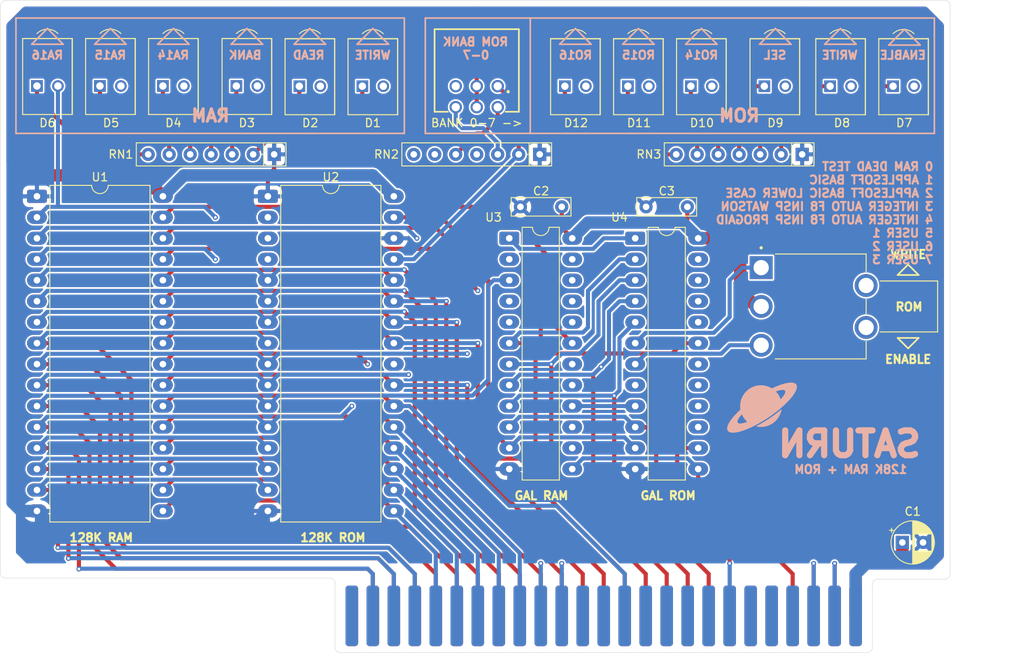
<source format=kicad_pcb>
(kicad_pcb (version 20241229) (generator "pcbnew") (generator_version "9.0")
  (title_block (comment 4 "AISLER Project ID: ISTZOEFZ"))
  (layers (0 "F.Cu" signal) (4 "In1.Cu" signal) (6 "In2.Cu" signal) (2 "B.Cu" signal) (13 "F.Paste" user) (15 "B.Paste" user) (5 "F.SilkS" user "F.Silkscreen") (7 "B.SilkS" user "B.Silkscreen") (1 "F.Mask" user) (3 "B.Mask" user) (25 "Edge.Cuts" user))
  (net 0 "")
  (net 1 "GND")
  (net 2 "VCC")
  (net 3 "Net-(D1-A)")
  (net 4 "Net-(D1-K)")
  (net 5 "Net-(D2-K)")
  (net 6 "Net-(D2-A)")
  (net 7 "AB-BANK FLAG")
  (net 8 "Net-(D3-K)")
  (net 9 "RA14")
  (net 10 "Net-(D4-K)")
  (net 11 "RA15")
  (net 12 "Net-(D5-K)")
  (net 13 "RA16")
  (net 14 "Net-(D6-K)")
  (net 15 "Net-(D7-K)")
  (net 16 "Net-(D7-A)")
  (net 17 "Net-(D8-K)")
  (net 18 "Net-(D8-A)")
  (net 19 "Net-(D9-A)")
  (net 20 "Net-(D9-K)")
  (net 21 "RB14")
  (net 22 "Net-(D10-K)")
  (net 23 "RB15")
  (net 24 "Net-(D11-K)")
  (net 25 "Net-(D12-K)")
  (net 26 "RB16")
  (net 27 "Net-(J1-INTin)")
  (net 28 "/A12")
  (net 29 "/A9")
  (net 30 "/D3")
  (net 32 "/A15")
  (net 34 "{slash}DMA")
  (net 35 "/D1")
  (net 37 "/D0")
  (net 38 "Net-(J1-DMAin)")
  (net 39 "/A3")
  (net 40 "/D4")
  (net 43 "/A5")
  (net 44 "/D6")
  (net 45 "/A7")
  (net 48 "/D5")
  (net 49 "/A14")
  (net 50 "/A8")
  (net 51 "/A0")
  (net 55 "{slash}INH")
  (net 57 "/D7")
  (net 58 "/A4")
  (net 59 "/D2")
  (net 60 "/A10")
  (net 62 "/A11")
  (net 63 "/A1")
  (net 65 "/A6")
  (net 67 "R{slash}W")
  (net 68 "PHIO")
  (net 69 "Q3-2MHZ")
  (net 70 "{slash}DEVSEL")
  (net 71 "/A2")
  (net 72 "/A13")
  (net 73 "Net-(RN2-R4)")
  (net 74 "Net-(RN2-R6)")
  (net 75 "Net-(RN2-R5)")
  (net 76 "RA12")
  (net 77 "RAM {slash}WE")
  (net 78 "PRE WRITE FLAG")
  (net 79 "RAM {slash}OE")
  (net 80 "ROM {slash}OE")
  (net 81 "FLAG")
  (net 82 "ROM {slash}WE")
  (footprint "Apple:LED_WP1503CB_GD" (layer "F.Cu") (at 169.291 60.325 180)
    (property "Reference" "D12")
    (property "Value" "RA16")
  )
  (footprint "Resistor_THT:R_Array_SIP7" (layer "F.Cu") (at 164.973 68.58 180)
    (property "Reference" "RN2")
    (property "Value" "6x1k" (hide yes))
  )
  (footprint "LOGO" (layer "F.Cu") (at 205.463436 105.504836)
    (property "Reference" "APPLE1" (hide yes))
    (property "Value" "LOGO" (hide yes))
  )
  (footprint "Apple:SW_100SP1T2B4M6QE" (layer "F.Cu") (at 191.77 86.995 -90)
    (property "Reference" "S2" (hide yes))
    (property "Value" "100SPx" (hide yes))
  )
  (footprint "Package_DIP:DIP-24_W7.62mm_LongPads" (layer "F.Cu") (at 176.53 78.74)
    (property "Reference" "U4")
    (property "Value" "GAL22V10")
  )
  (footprint "Resistor_THT:R_Array_SIP7" (layer "F.Cu") (at 196.728 68.58 180)
    (property "Reference" "RN3")
    (property "Value" "6x220" (hide yes))
  )
  (footprint "Capacitor_THT:C_Rect_L7.0mm_W2.0mm_P5.00mm" (layer "F.Cu") (at 167.64 74.93 180)
    (property "Reference" "C2")
    (property "Value" "100n" (hide yes))
  )
  (footprint "Resistor_THT:R_Array_SIP7" (layer "F.Cu") (at 132.842 68.58 180)
    (property "Reference" "RN1")
    (property "Value" "6x220" (hide yes))
  )
  (footprint "Capacitor_THT:CP_Radial_D5.0mm_P2.50mm" (layer "F.Cu") (at 208.852888 115.57)
    (property "Reference" "C1")
    (property "Value" "470")
  )
  (footprint "Apple:LED_WP1503CB_GD" (layer "F.Cu") (at 105.41 60.3 180)
    (property "Reference" "D6")
    (property "Value" "RA16")
  )
  (footprint "Package_DIP:DIP-24_W7.62mm_LongPads" (layer "F.Cu") (at 161.29 78.74)
    (property "Reference" "U3")
    (property "Value" "GAL22V10")
  )
  (footprint "Apple:LED_WP1503CB_GD" (layer "F.Cu") (at 208.9985 60.325 180)
    (property "Reference" "D7")
    (property "Value" "ENABLE")
  )
  (footprint "Apple:Apple ][ Bus" (layer "F.Cu") (at 172.72 124.56)
    (property "Reference" "J1" (hide yes))
    (property "Value" "Apple ][ Bus")
  )
  (footprint "Symbol:OSHW-Logo2_7.3x6mm_Copper" (layer "F.Cu") (at 205.105 71.755)
    (property "Reference" "OSHW1" (hide yes))
    (property "Value" "OSHW-Logo2_7.3x6mm_Copper" (hide yes))
  )
  (footprint "Capacitor_THT:C_Rect_L7.0mm_W2.0mm_P5.00mm" (layer "F.Cu") (at 182.84 74.93 180)
    (property "Reference" "C3")
    (property "Value" "100n" (hide yes))
  )
  (footprint "Apple:LED_WP1503CB_GD" (layer "F.Cu") (at 144.78 60.325 180)
    (property "Reference" "D1")
    (property "Value" "WRITE")
  )
  (footprint "Apple:LED_WP1503CB_GD" (layer "F.Cu") (at 201.3785 60.325 180)
    (property "Reference" "D8")
    (property "Value" "WRITE")
  )
  (footprint "LOGO" (layer "F.Cu") (at 205.463436 105.504836)
    (property "Reference" "APPLE" (hide yes))
    (property "Value" "LOGO" (hide yes))
  )
  (footprint "Apple:LED_WP1503CB_GD" (layer "F.Cu") (at 193.421 60.325 180)
    (property "Reference" "D9")
    (property "Value" "SEL")
  )
  (footprint "Apple:LED_WP1503CB_GD" (layer "F.Cu") (at 176.911 60.325 180)
    (property "Reference" "D11")
    (property "Value" "RA15")
  )
  (footprint "Apple:LED_WP1503CB_GD" (layer "F.Cu") (at 113.03 60.3 180)
    (property "Reference" "D5")
    (property "Value" "RA15")
  )
  (footprint "Apple:LED_WP1503CB_GD" (layer "F.Cu") (at 129.54 60.3 180)
    (property "Reference" "D3")
    (property "Value" "BANK")
  )
  (footprint "Apple:LED_WP1503CB_GD" (layer "F.Cu") (at 120.65 60.3 180)
    (property "Reference" "D4")
    (property "Value" "RA14")
  )
  (footprint "Apple:LED_WP1503CB_GD" (layer "F.Cu") (at 184.531 60.325 180)
    (property "Reference" "D10")
    (property "Value" "RA14")
  )
  (footprint "Package_DIP:DIP-32_W15.24mm_LongPads" (layer "F.Cu") (at 132.08 73.66)
    (property "Reference" "U2")
    (property "Value" "29F010")
  )
  (footprint "Apple:R-ENC-42842752091X_10POS" (layer "F.Cu") (at 157.353 58.42 180)
    (property "Reference" "BANK 0-7 ->")
    (property "Value" "ROM BANK SEL")
  )
  (footprint "Apple:LED_WP1503CB_GD" (layer "F.Cu") (at 137.16 60.325 180)
    (property "Reference" "D2")
    (property "Value" "READ")
  )
  (footprint "Package_DIP:DIP-32_W15.24mm_LongPads" (layer "F.Cu") (at 104.14 73.66)
    (property "Reference" "U1")
    (property "Value" "HM628128")
  )
  (footprint "Symbol:OSHW-Logo2_7.3x6mm_SilkScreen" (layer "F.Cu") (at 205.105 71.755)
    (property "Reference" "REF**" (hide yes))
    (property "Value" "OSHW-Logo2_7.3x6mm_SilkScreen" (hide yes))
  )
  (footprint "LOGO" (layer "B.Cu") (at 191.77 99.06 180)
    (property "Reference" "SATURN" (hide yes))
    (property "Value" "LOGO" (hide yes))
  )
  (gr_line (start 208.28 90.805) (end 210.82 90.805) (stroke (width 0.2)) (layer "F.SilkS"))
  (gr_line (start 208.28 83.185) (end 210.82 83.185) (stroke (width 0.2)) (layer "F.SilkS"))
  (gr_line (start 209.55 81.915) (end 208.28 83.185) (stroke (width 0.2)) (layer "F.SilkS"))
  (gr_line (start 210.82 90.805) (end 209.55 92.075) (stroke (width 0.2)) (layer "F.SilkS"))
  (gr_line (start 209.55 92.075) (end 208.28 90.805) (stroke (width 0.2)) (layer "F.SilkS"))
  (gr_line (start 210.82 83.185) (end 209.55 81.915) (stroke (width 0.2)) (layer "F.SilkS"))
  (gr_line (start 178.816 55.245) (end 176.911 53.34) (stroke (width 0.2)) (layer "B.SilkS"))
  (gr_line (start 182.626 55.245) (end 186.436 55.245) (stroke (width 0.2)) (layer "B.SilkS"))
  (gr_line (start 105.41 53.34) (end 103.505 55.245) (stroke (width 0.2)) (layer "B.SilkS"))
  (gr_line (start 135.255 55.245) (end 139.065 55.245) (stroke (width 0.2)) (layer "B.SilkS"))
  (gr_line (start 129.54 53.34) (end 127.635 55.245) (stroke (width 0.2)) (layer "B.SilkS"))
  (gr_line (start 212.725 52.07) (end 212.725 66.04) (stroke (width 0.2)) (layer "B.SilkS"))
  (gr_line (start 167.386 55.245) (end 171.196 55.245) (stroke (width 0.2)) (layer "B.SilkS"))
  (gr_line (start 176.911 53.34) (end 175.006 55.245) (stroke (width 0.2)) (layer "B.SilkS"))
  (gr_line (start 144.78 53.34) (end 142.875 55.245) (stroke (width 0.2)) (layer "B.SilkS"))
  (gr_line (start 131.445 55.245) (end 129.54 53.34) (stroke (width 0.2)) (layer "B.SilkS"))
  (gr_line (start 151.13 66.04) (end 151.13 52.07) (stroke (width 0.2)) (layer "B.SilkS"))
  (gr_line (start 122.555 55.245) (end 120.65 53.34) (stroke (width 0.2)) (layer "B.SilkS"))
  (gr_line (start 101.6 66.04) (end 101.6 52.07) (stroke (width 0.2)) (layer "B.SilkS"))
  (gr_line (start 137.16 53.34) (end 135.255 55.245) (stroke (width 0.2)) (layer "B.SilkS"))
  (gr_line (start 169.291 53.34) (end 167.386 55.245) (stroke (width 0.2)) (layer "B.SilkS"))
  (gr_line (start 163.83 52.07) (end 163.83 66.04) (stroke (width 0.2)) (layer "B.SilkS"))
  (gr_line (start 107.315 55.245) (end 105.41 53.34) (stroke (width 0.2)) (layer "B.SilkS"))
  (gr_line (start 151.13 52.07) (end 212.725 52.07) (stroke (width 0.2)) (layer "B.SilkS"))
  (gr_line (start 203.2635 55.245) (end 201.3585 53.34) (stroke (width 0.2)) (layer "B.SilkS"))
  (gr_line (start 120.65 53.34) (end 118.745 55.245) (stroke (width 0.2)) (layer "B.SilkS"))
  (gr_line (start 103.505 55.245) (end 107.315 55.245) (stroke (width 0.2)) (layer "B.SilkS"))
  (gr_line (start 209.1055 53.441) (end 207.2005 55.346) (stroke (width 0.2)) (layer "B.SilkS"))
  (gr_line (start 193.4845 53.34) (end 191.5795 55.245) (stroke (width 0.2)) (layer "B.SilkS"))
  (gr_line (start 186.436 55.245) (end 184.531 53.34) (stroke (width 0.2)) (layer "B.SilkS"))
  (gr_line (start 184.531 53.34) (end 182.626 55.245) (stroke (width 0.2)) (layer "B.SilkS"))
  (gr_line (start 142.875 55.245) (end 146.685 55.245) (stroke (width 0.2)) (layer "B.SilkS"))
  (gr_line (start 171.196 55.245) (end 169.291 53.34) (stroke (width 0.2)) (layer "B.SilkS"))
  (gr_line (start 195.3895 55.245) (end 193.4845 53.34) (stroke (width 0.2)) (layer "B.SilkS"))
  (gr_line (start 146.685 55.245) (end 144.78 53.34) (stroke (width 0.2)) (layer "B.SilkS"))
  (gr_line (start 191.5795 55.245) (end 195.3895 55.245) (stroke (width 0.2)) (layer "B.SilkS"))
  (gr_line (start 148.59 66.04) (end 148.59 52.07) (stroke (width 0.2)) (layer "B.SilkS"))
  (gr_line (start 212.725 66.04) (end 151.13 66.04) (stroke (width 0.2)) (layer "B.SilkS"))
  (gr_line (start 201.3585 53.34) (end 199.4535 55.245) (stroke (width 0.2)) (layer "B.SilkS"))
  (gr_line (start 118.745 55.245) (end 122.555 55.245) (stroke (width 0.2)) (layer "B.SilkS"))
  (gr_line (start 127.635 55.245) (end 131.445 55.245) (stroke (width 0.2)) (layer "B.SilkS"))
  (gr_line (start 113.03 53.34) (end 111.125 55.245) (stroke (width 0.2)) (layer "B.SilkS"))
  (gr_line (start 175.006 55.245) (end 178.816 55.245) (stroke (width 0.2)) (layer "B.SilkS"))
  (gr_line (start 148.59 66.04) (end 101.6 66.04) (stroke (width 0.2)) (layer "B.SilkS"))
  (gr_line (start 114.935 55.245) (end 113.03 53.34) (stroke (width 0.2)) (layer "B.SilkS"))
  (gr_line (start 111.125 55.245) (end 114.935 55.245) (stroke (width 0.2)) (layer "B.SilkS"))
  (gr_line (start 101.6 52.07) (end 148.59 52.07) (stroke (width 0.2)) (layer "B.SilkS"))
  (gr_line (start 211.0105 55.346) (end 209.1055 53.441) (stroke (width 0.2)) (layer "B.SilkS"))
  (gr_line (start 207.2005 55.346) (end 211.0105 55.346) (stroke (width 0.2)) (layer "B.SilkS"))
  (gr_line (start 199.4535 55.245) (end 203.2635 55.245) (stroke (width 0.2)) (layer "B.SilkS"))
  (gr_line (start 139.065 55.245) (end 137.16 53.34) (stroke (width 0.2)) (layer "B.SilkS"))
  (gr_arc (start 214.63 119.38) (mid 214.444013 119.829013) (end 213.995 120.015) (stroke (width 0.05)) (layer "Edge.Cuts"))
  (gr_line (start 140.208 128.27) (end 140.208 120.523) (stroke (width 0.05)) (layer "Edge.Cuts"))
  (gr_line (start 213.995 120.015) (end 205.867 120.015) (stroke (width 0.05)) (layer "Edge.Cuts"))
  (gr_arc (start 139.573 119.888) (mid 140.022013 120.073987) (end 140.208 120.523) (stroke (width 0.05)) (layer "Edge.Cuts"))
  (gr_arc (start 213.995 49.911) (mid 214.444013 50.096987) (end 214.63 50.546) (stroke (width 0.05)) (layer "Edge.Cuts"))
  (gr_arc (start 99.695 50.673) (mid 99.918185 50.134185) (end 100.457 49.911) (stroke (width 0.05)) (layer "Edge.Cuts"))
  (gr_line (start 204.597 128.905) (end 140.843 128.905) (stroke (width 0.05)) (layer "Edge.Cuts"))
  (gr_arc (start 205.232 120.65) (mid 205.417987 120.200987) (end 205.867 120.015) (stroke (width 0.05)) (layer "Edge.Cuts"))
  (gr_line (start 214.63 50.546) (end 214.63 119.38) (stroke (width 0.05)) (layer "Edge.Cuts"))
  (gr_line (start 139.573 119.888) (end 100.33 119.888) (stroke (width 0.05)) (layer "Edge.Cuts"))
  (gr_line (start 205.232 120.65) (end 205.232 128.27) (stroke (width 0.05)) (layer "Edge.Cuts"))
  (gr_line (start 100.457 49.911) (end 213.995 49.911) (stroke (width 0.05)) (layer "Edge.Cuts"))
  (gr_line (start 99.695 119.253) (end 99.695 50.673) (stroke (width 0.05)) (layer "Edge.Cuts"))
  (gr_arc (start 205.232 128.27) (mid 205.046013 128.719013) (end 204.597 128.905) (stroke (width 0.05)) (layer "Edge.Cuts"))
  (gr_arc (start 140.843 128.905) (mid 140.393987 128.719013) (end 140.208 128.27) (stroke (width 0.05)) (layer "Edge.Cuts"))
  (gr_arc (start 100.33 119.888) (mid 99.880987 119.702013) (end 99.695 119.253) (stroke (width 0.05)) (layer "Edge.Cuts"))
  (gr_text "Apple ][" (at 187.96 106.68 0) (layer "F.Cu") (effects (font (size 1.5 1.5) (thickness 0.3) (bold yes)) (justify left bottom)))
  (gr_text "forever" (at 188.595 110.49 0) (layer "F.Cu") (effects (font (size 1.5 1.5) (thickness 0.3) (bold yes)) (justify left bottom)))
  (gr_text "GAL RAM" (at 161.798 110.49 0) (layer "F.SilkS") (effects (font (size 1 1) (thickness 0.25) (bold yes)) (justify left bottom)))
  (gr_text "WRITE" (at 207.264 81.28 0) (layer "F.SilkS") (effects (font (size 1 1) (thickness 0.25) (bold yes)) (justify left bottom)))
  (gr_text "ROM" (at 207.899 87.63 0) (layer "F.SilkS") (effects (font (size 1 1) (thickness 0.25) (bold yes)) (justify left bottom)))
  (gr_text "128K RAM" (at 107.95 115.57 0) (layer "F.SilkS") (effects (font (size 1 1) (thickness 0.25) (bold yes)) (justify left bottom)))
  (gr_text "128K ROM" (at 135.89 115.57 0) (layer "F.SilkS") (effects (font (size 1 1) (thickness 0.25) (bold yes)) (justify left bottom)))
  (gr_text "ENABLE" (at 206.629 93.98 0) (layer "F.SilkS") (effects (font (size 1 1) (thickness 0.25) (bold yes)) (justify left bottom)))
  (gr_text "GAL ROM" (at 177.038 110.49 0) (layer "F.SilkS") (effects (font (size 1 1) (thickness 0.25) (bold yes)) (justify left bottom)))
  (gr_text "SEL" (at 194.945 57.15 0) (layer "B.SilkS") (effects (font (size 1 1) (thickness 0.25) (bold yes)) (justify left bottom mirror)))
  (gr_text "RO14" (at 186.69 57.15 0) (layer "B.SilkS") (effects (font (size 1 1) (thickness 0.25) (bold yes)) (justify left bottom mirror)))
  (gr_text "BANK" (at 131.445 57.15 0) (layer "B.SilkS") (effects (font (size 1 1) (thickness 0.25) (bold yes)) (justify left bottom mirror)))
  (gr_text "ROM BANK\n   0-7" (at 161.29 57.15 0) (layer "B.SilkS") (effects (font (size 1 1) (thickness 0.25) (bold yes)) (justify left bottom mirror)))
  (gr_text "READ" (at 139.065 57.15 0) (layer "B.SilkS") (effects (font (size 1 1) (thickness 0.25) (bold yes)) (justify left bottom mirror)))
  (gr_text "ROM" (at 191.77 64.77 0) (layer "B.SilkS") (effects (font (size 1.5 1.5) (thickness 0.375) (bold yes)) (justify left bottom mirror)))
  (gr_text "0 RAM DEAD TEST\n1 APPLESOFT BASIC\n2 APPLESOFT BASIC LOWER CASE\n3 INTEGER AUTO F8 INSP WATSON\n4 INTEGER AUTO F8 INSP PROGAID\n5 USER 1\n6 USER 2\n7 USER 3" (at 212.725 81.915 0) (layer "B.SilkS") (effects (font (size 1 1) (thickness 0.25) (bold yes)) (justify left bottom mirror)))
  (gr_text "RO16" (at 171.45 57.15 0) (layer "B.SilkS") (effects (font (size 1 1) (thickness 0.25) (bold yes)) (justify left bottom mirror)))
  (gr_text "WRITE" (at 147.066 57.15 0) (layer "B.SilkS") (effects (font (size 1 1) (thickness 0.25) (bold yes)) (justify left bottom mirror)))
  (gr_text "RA14" (at 122.682 57.15 0) (layer "B.SilkS") (effects (font (size 1 1) (thickness 0.25) (bold yes)) (justify left bottom mirror)))
  (gr_text "RA16" (at 107.442 57.15 0) (layer "B.SilkS") (effects (font (size 1 1) (thickness 0.25) (bold yes)) (justify left bottom mirror)))
  (gr_text "ENABLE" (at 211.836 57.15 0) (layer "B.SilkS") (effects (font (size 1 1) (thickness 0.25) (bold yes)) (justify left bottom mirror)))
  (gr_text "WRITE" (at 203.581 57.15 0) (layer "B.SilkS") (effects (font (size 1 1) (thickness 0.25) (bold yes)) (justify left bottom mirror)))
  (gr_text "RAM" (at 127.635 64.77 0) (layer "B.SilkS") (effects (font (size 1.5 1.5) (thickness 0.375) (bold yes)) (justify left bottom mirror)))
  (gr_text "RA15" (at 115.062 57.15 0) (layer "B.SilkS") (effects (font (size 1 1) (thickness 0.25) (bold yes)) (justify left bottom mirror)))
  (gr_text "128K RAM + ROM" (at 209.55 107.315 0) (layer "B.SilkS") (effects (font (size 1 1) (thickness 0.25) (bold yes)) (justify left bottom mirror)))
  (gr_text "SATURN" (at 211.455 105.41 0) (layer "B.SilkS") (effects (font (size 3 3) (thickness 0.75) (bold yes)) (justify left bottom mirror)))
  (gr_text "RO15" (at 179.07 57.15 0) (layer "B.SilkS") (effects (font (size 1 1) (thickness 0.25) (bold yes)) (justify left bottom mirror)))
  (segment (start 132.842 70.358) (end 132.842 68.58) (width 0.5) (layer "F.Cu") (net 1))
  (segment (start 175.3 72.39) (end 165.18 72.39) (width 0.5) (layer "F.Cu") (net 1))
  (segment (start 132.08 73.66) (end 132.08 71.12) (width 0.5) (layer "F.Cu") (net 1))
  (segment (start 132.08 71.12) (end 132.842 70.358) (width 0.5) (layer "F.Cu") (net 1))
  (segment (start 165.18 72.39) (end 162.64 74.93) (width 0.5) (layer "F.Cu") (net 1))
  (segment (start 177.84 74.93) (end 175.3 72.39) (width 0.5) (layer "F.Cu") (net 1))
  (segment (start 101.196 73.66) (end 101.196 110.721) (width 1.5) (layer "B.Cu") (net 1))
  (segment (start 161.29 106.68) (end 163.83 109.22) (width 1.5) (layer "B.Cu") (net 1))
  (segment (start 187.325 107.95) (end 187.325 98.425) (width 1.5) (layer "B.Cu") (net 1))
  (segment (start 102.87 51.435) (end 101.196 53.109) (width 1.5) (layer "B.Cu") (net 1))
  (segment (start 189.23 95.25) (end 213.129 95.25) (width 1.5) (layer "B.Cu") (net 1))
  (segment (start 164.973 68.58) (end 164.973 51.562) (width 0.5) (layer "B.Cu") (net 1))
  (segment (start 213.129 115.57) (end 213.129 95.25) (width 1.5) (layer "B.Cu") (net 1))
  (segment (start 132.842 68.58) (end 132.842 51.943) (width 0.5) (layer "B.Cu") (net 1))
  (segment (start 213.129 117.071) (end 213.129 115.57) (width 1.5) (layer "B.Cu") (net 1))
  (segment (start 104.14 111.76) (end 106.68 114.3) (width 1.5) (layer "B.Cu") (net 1))
  (segment (start 104.14 73.66) (end 101.196 73.66) (width 0.5) (layer "B.Cu") (net 1))
  (segment (start 187.325 97.155) (end 189.23 95.25) (width 1.5) (layer "B.Cu") (net 1))
  (segment (start 133.35 51.435) (end 102.87 51.435) (width 1.5) (layer "B.Cu") (net 1))
  (segment (start 101.196 110.721) (end 102.235 111.76) (width 1.5) (layer "B.Cu") (net 1))
  (segment (start 102.235 111.76) (end 104.14 111.76) (width 1.5) (layer "B.Cu") (net 1))
  (segment (start 213.129 53.109) (end 211.455 51.435) (width 1.5) (layer "B.Cu") (net 1))
  (segment (start 196.85 51.435) (end 165.1 51.435) (width 1.5) (layer "B.Cu") (net 1))
  (segment (start 196.728 51.557) (end 196.85 51.435) (width 0.5) (layer "B.Cu") (net 1))
  (segment (start 213.129 68.58) (end 213.129 53.109) (width 1.5) (layer "B.Cu") (net 1))
  (segment (start 132.842 51.943) (end 133.35 51.435) (width 0.5) (layer "B.Cu") (net 1))
  (segment (start 176.53 106.68) (end 176.53 109.22) (width 1.5) (layer "B.Cu") (net 1))
  (segment (start 165.1 51.435) (end 133.35 51.435) (width 1.5) (layer "B.Cu") (net 1))
  (segment (start 211.352888 115.57) (end 213.129 115.57) (width 1.5) (layer "B.Cu") (net 1))
  (segment (start 203.2 119.38) (end 204.47 118.11) (width 1.5) (layer "B.Cu") (net 1))
  (segment (start 211.455 51.435) (end 196.85 51.435) (width 1.5) (layer "B.Cu") (net 1))
  (segment (start 164.973 51.562) (end 165.1 51.435) (width 0.5) (layer "B.Cu") (net 1))
  (segment (start 203.2 124.46) (end 203.2 119.38) (width 1.5) (layer "B.Cu") (net 1))
  (segment (start 186.055 109.22) (end 187.325 107.95) (width 1.5) (layer "B.Cu") (net 1))
  (segment (start 101.196 53.109) (end 101.196 73.66) (width 1.5) (layer "B.Cu") (net 1))
  (segment (start 176.53 109.22) (end 186.055 109.22) (width 1.5) (layer "B.Cu") (net 1))
  (segment (start 213.129 95.25) (end 213.129 68.58) (width 1.5) (layer "B.Cu") (net 1))
  (segment (start 106.68 114.3) (end 129.54 114.3) (width 1.5) (layer "B.Cu") (net 1))
  (segment (start 212.09 118.11) (end 213.129 117.071) (width 1.5) (layer "B.Cu") (net 1))
  (segment (start 129.54 114.3) (end 132.08 111.76) (width 1.5) (layer "B.Cu") (net 1))
  (segment (start 163.83 109.22) (end 176.53 109.22) (width 1.5) (layer "B.Cu") (net 1))
  (segment (start 187.325 98.425) (end 187.325 97.155) (width 1.5) (layer "B.Cu") (net 1))
  (segment (start 196.728 68.58) (end 196.728 51.557) (width 0.5) (layer "B.Cu") (net 1))
  (segment (start 204.47 118.11) (end 212.09 118.11) (width 1.5) (layer "B.Cu") (net 1))
  (segment (start 213.129 117.071) (end 213.129 78.74) (width 1.5) (layer "F.Cu") (net 2))
  (segment (start 157.48 51.435) (end 102.87 51.435) (width 1.5) (layer "F.Cu") (net 2))
  (segment (start 208.852888 115.57) (end 208.852888 118.045112) (width 1.5) (layer "F.Cu") (net 2))
  (segment (start 213.129 78.74) (end 213.129 53.109) (width 1.5) (layer "F.Cu") (net 2))
  (segment (start 167.64 74.93) (end 167.64 77.47) (width 0.5) (layer "F.Cu") (net 2))
  (segment (start 101.196 53.109) (end 101.196 69.446) (width 1.5) (layer "F.Cu") (net 2))
  (segment (start 102.87 71.12) (end 116.84 71.12) (width 1.5) (layer "F.Cu") (net 2))
  (segment (start 208.852888 118.045112) (end 208.788 118.11) (width 1.5) (layer "F.Cu") (net 2))
  (segment (start 157.353 62.86) (end 157.353 51.562) (width 0.5) (layer "F.Cu") (net 2))
  (segment (start 212.09 118.11) (end 213.129 117.071) (width 1.5) (layer "F.Cu") (net 2))
  (segment (start 211.455 51.435) (end 157.48 51.435) (width 1.5) (layer "F.Cu") (net 2))
  (segment (start 189.23 85.09) (end 191.135 86.995) (width 1.5) (layer "F.Cu") (net 2))
  (segment (start 184.15 78.74) (end 188.595 78.74) (width 1.5) (layer "F.Cu") (net 2))
  (segment (start 187.325 78.74) (end 213.129 78.74) (width 1.5) (layer "F.Cu") (net 2))
  (segment (start 204.47 118.11) (end 208.788 118.11) (width 1.5) (layer "F.Cu") (net 2))
  (segment (start 182.84 74.93) (end 182.84 77.43) (width 0.5) (layer "F.Cu") (net 2))
  (segment (start 167.64 77.47) (end 168.91 78.74) (width 0.5) (layer "F.Cu") (net 2))
  (segment (start 203.2 124.46) (end 203.2 119.38) (width 1.5) (layer "F.Cu") (net 2))
  (segment (start 182.84 77.43) (end 184.15 78.74) (width 0.5) (layer "F.Cu") (net 2))
  (segment (start 208.788 118.11) (end 212.09 118.11) (width 1.5) (layer "F.Cu") (net 2))
  (segment (start 191.135 86.995) (end 191.77 86.995) (width 1.5) (layer "F.Cu") (net 2))
  (segment (start 213.129 53.109) (end 211.455 51.435) (width 1.5) (layer "F.Cu") (net 2))
  (segment (start 116.84 71.12) (end 119.38 73.66) (width 1.5) (layer "F.Cu") (net 2))
  (segment (start 157.353 51.562) (end 157.48 51.435) (width 0.5) (layer "F.Cu") (net 2))
  (segment (start 189.23 78.74) (end 189.23 85.09) (width 1.5) (layer "F.Cu") (net 2))
  (segment (start 101.196 69.446) (end 102.87 71.12) (width 1.5) (layer "F.Cu") (net 2))
  (segment (start 102.87 51.435) (end 101.196 53.109) (width 1.5) (layer "F.Cu") (net 2))
  (segment (start 203.2 119.38) (end 204.47 118.11) (width 1.5) (layer "F.Cu") (net 2))
  (segment (start 144.78 71.12) (end 147.32 73.66) (width 1.5) (layer "B.Cu") (net 2))
  (segment (start 170.815 76.835) (end 182.245 76.835) (width 1.5) (layer "B.Cu") (net 2))
  (segment (start 121.92 71.12) (end 144.78 71.12) (width 1.5) (layer "B.Cu") (net 2))
  (segment (start 168.91 78.74) (end 170.815 76.835) (width 1.5) (layer "B.Cu") (net 2))
  (segment (start 182.245 76.835) (end 184.15 78.74) (width 1.5) (layer "B.Cu") (net 2))
  (segment (start 119.38 73.66) (end 121.92 71.12) (width 1.5) (layer "B.Cu") (net 2))
  (segment (start 139.7 65.405) (end 143.51 61.595) (width 0.5) (layer "F.Cu") (net 4))
  (segment (start 143.51 61.595) (end 143.51 60.325) (width 0.5) (layer "F.Cu") (net 4))
  (segment (start 130.302 68.58) (end 133.477 65.405) (width 0.5) (layer "F.Cu") (net 4))
  (segment (start 133.477 65.405) (end 139.7 65.405) (width 0.5) (layer "F.Cu") (net 4))
  (segment (start 133.35 64.135) (end 135.89 61.595) (width 0.5) (layer "F.Cu") (net 5))
  (segment (start 127.762 68.58) (end 127.762 66.548) (width 0.5) (layer "F.Cu") (net 5))
  (segment (start 130.175 64.135) (end 133.35 64.135) (width 0.5) (layer "F.Cu") (net 5))
  (segment (start 127.762 66.548) (end 130.175 64.135) (width 0.5) (layer "F.Cu") (net 5))
  (segment (start 135.89 61.595) (end 135.89 60.325) (width 0.5) (layer "F.Cu") (net 5))
  (segment (start 125.222 64.643) (end 125.222 68.58) (width 0.5) (layer "F.Cu") (net 8))
  (segment (start 128.27 60.3) (end 128.27 61.595) (width 0.5) (layer "F.Cu") (net 8))
  (segment (start 128.27 61.595) (end 125.222 64.643) (width 0.5) (layer "F.Cu") (net 8))
  (via (at 150.114 78.74) (size 0.6) (drill 0.3) (layers "F.Cu" "B.Cu") (net 9))
  (segment (start 148.844 77.47) (end 150.114 78.74) (width 0.5) (layer "B.Cu") (net 9))
  (segment (start 104.14 78.74) (end 105.41 77.47) (width 0.5) (layer "B.Cu") (net 9))
  (segment (start 148.59 77.47) (end 148.844 77.47) (width 0.5) (layer "B.Cu") (net 9))
  (segment (start 105.41 77.47) (end 137.16 77.47) (width 0.5) (layer "B.Cu") (net 9))
  (segment (start 137.16 77.47) (end 148.59 77.47) (width 0.5) (layer "B.Cu") (net 9))
  (segment (start 122.682 64.897) (end 122.682 68.58) (width 0.5) (layer "F.Cu") (net 10))
  (segment (start 119.38 61.595) (end 122.682 64.897) (width 0.5) (layer "F.Cu") (net 10))
  (segment (start 119.38 60.3) (end 119.38 61.595) (width 0.5) (layer "F.Cu") (net 10))
  (segment (start 166.37 81.28) (end 166.37 88.9) (width 0.5) (layer "F.Cu") (net 11))
  (segment (start 119.38 76.2) (end 120.65 74.93) (width 0.5) (layer "F.Cu") (net 11))
  (segment (start 166.37 88.9) (end 168.91 91.44) (width 0.5) (layer "F.Cu") (net 11))
  (segment (start 120.65 74.93) (end 160.02 74.93) (width 0.5) (layer "F.Cu") (net 11))
  (segment (start 160.02 74.93) (end 166.37 81.28) (width 0.5) (layer "F.Cu") (net 11))
  (segment (start 117.475 64.135) (end 114.3 64.135) (width 0.5) (layer "F.Cu") (net 12))
  (segment (start 120.142 66.802) (end 117.475 64.135) (width 0.5) (layer "F.Cu") (net 12))
  (segment (start 120.142 68.58) (end 120.142 66.802) (width 0.5) (layer "F.Cu") (net 12))
  (segment (start 114.3 64.135) (end 111.76 61.595) (width 0.5) (layer "F.Cu") (net 12))
  (segment (start 111.76 61.595) (end 111.76 60.3) (width 0.5) (layer "F.Cu") (net 12))
  (via (at 125.73 76.2) (size 0.6) (drill 0.3) (layers "F.Cu" "B.Cu") (net 13))
  (segment (start 124.46 74.93) (end 125.73 76.2) (width 0.5) (layer "B.Cu") (net 13))
  (segment (start 105.41 74.93) (end 106.68 74.93) (width 0.5) (layer "B.Cu") (net 13))
  (segment (start 106.68 60.3) (end 106.68 74.93) (width 0.5) (layer "B.Cu") (net 13))
  (segment (start 106.68 74.93) (end 124.46 74.93) (width 0.5) (layer "B.Cu") (net 13))
  (segment (start 104.14 76.2) (end 105.41 74.93) (width 0.5) (layer "B.Cu") (net 13))
  (segment (start 110.93787 68.58) (end 117.602 68.58) (width 0.5) (layer "F.Cu") (net 14))
  (segment (start 104.14 60.3) (end 104.14 61.78213) (width 0.5) (layer "F.Cu") (net 14))
  (segment (start 104.14 61.78213) (end 110.93787 68.58) (width 0.5) (layer "F.Cu") (net 14))
  (segment (start 205.105 60.325) (end 201.295 64.135) (width 0.5) (layer "F.Cu") (net 15))
  (segment (start 197.485 64.135) (end 194.188 67.432) (width 0.5) (layer "F.Cu") (net 15))
  (segment (start 201.295 64.135) (end 197.485 64.135) (width 0.5) (layer "F.Cu") (net 15))
  (segment (start 194.188 67.432) (end 194.188 68.58) (width 0.5) (layer "F.Cu") (net 15))
  (segment (start 207.7285 60.325) (end 205.105 60.325) (width 0.5) (layer "F.Cu") (net 15))
  (segment (start 200.1085 60.325) (end 197.485 60.325) (width 0.5) (layer "F.Cu") (net 17))
  (segment (start 197.485 60.325) (end 191.648 66.162) (width 0.5) (layer "F.Cu") (net 17))
  (segment (start 191.648 66.162) (end 191.648 68.58) (width 0.5) (layer "F.Cu") (net 17))
  (segment (start 189.864999 60.325) (end 189.108 61.081999) (width 0.5) (layer "F.Cu") (net 20))
  (segment (start 192.151 60.325) (end 189.864999 60.325) (width 0.5) (layer "F.Cu") (net 20))
  (segment (start 189.108 61.081999) (end 189.108 68.58) (width 0.5) (layer "F.Cu") (net 20))
  (segment (start 162.433 62.86) (end 162.433 68.58) (width 0.5) (layer "F.Cu") (net 21))
  (segment (start 159.893 60.32) (end 162.433 62.86) (width 0.5) (layer "F.Cu") (net 21))
  (segment (start 149.733 81.28) (end 162.433 68.58) (width 0.5) (layer "B.Cu") (net 21))
  (segment (start 147.32 81.28) (end 149.733 81.28) (width 0.5) (layer "B.Cu") (net 21))
  (segment (start 183.261 61.976) (end 183.261 60.325) (width 0.5) (layer "F.Cu") (net 22))
  (segment (start 186.568 65.283) (end 183.261 61.976) (width 0.5) (layer "F.Cu") (net 22))
  (segment (start 186.568 68.58) (end 186.568 65.283) (width 0.5) (layer "F.Cu") (net 22))
  (segment (start 155.575 65.405) (end 154.813 64.643) (width 0.5) (layer "B.Cu") (net 23))
  (segment (start 158.115 65.405) (end 155.575 65.405) (width 0.5) (layer "B.Cu") (net 23))
  (segment (start 154.813 64.643) (end 154.813 62.86) (width 0.5) (layer "B.Cu") (net 23))
  (segment (start 159.893 67.183) (end 158.115 65.405) (width 0.5) (layer "B.Cu") (net 23))
  (segment (start 159.893 68.58) (end 159.893 67.183) (width 0.5) (layer "B.Cu") (net 23))
  (segment (start 184.028 64.648) (end 183.515 64.135) (width 0.5) (layer "F.Cu") (net 24))
  (segment (start 184.028 68.58) (end 184.028 64.648) (width 0.5) (layer "F.Cu") (net 24))
  (segment (start 177.8 64.135) (end 175.641 61.976) (width 0.5) (layer "F.Cu") (net 24))
  (segment (start 183.515 64.135) (end 177.8 64.135) (width 0.5) (layer "F.Cu") (net 24))
  (segment (start 175.641 61.976) (end 175.641 60.325) (width 0.5) (layer "F.Cu") (net 24))
  (segment (start 181.488 68.58) (end 174.625 68.58) (width 0.5) (layer "F.Cu") (net 25))
  (segment (start 168.021 61.976) (end 168.021 60.325) (width 0.5) (layer "F.Cu") (net 25))
  (segment (start 174.625 68.58) (end 168.021 61.976) (width 0.5) (layer "F.Cu") (net 25))
  (segment (start 198.12 118.11) (end 198.12 124.46) (width 0.5) (layer "F.Cu") (net 27))
  (via (at 198.12 118.11) (size 0.6) (drill 0.3) (layers "F.Cu" "B.Cu") (net 27))
  (segment (start 198.12 124.46) (end 198.12 118.11) (width 0.5) (layer "B.Cu") (net 27))
  (segment (start 163.195 91.44) (end 161.29 91.44) (width 0.5) (layer "F.Cu") (net 28))
  (segment (start 175.26 119.38) (end 164.465 108.585) (width 0.5) (layer "F.Cu") (net 28))
  (segment (start 175.26 124.46) (end 175.26 119.38) (width 0.5) (layer "F.Cu") (net 28))
  (segment (start 164.465 108.585) (end 164.465 92.71) (width 0.5) (layer "F.Cu") (net 28))
  (segment (start 164.465 92.71) (end 163.195 91.44) (width 0.5) (layer "F.Cu") (net 28))
  (segment (start 162.579 90.151) (end 170.199 90.151) (width 0.5) (layer "B.Cu") (net 28))
  (segment (start 170.199 90.151) (end 170.815 89.535) (width 0.5) (layer "B.Cu") (net 28))
  (segment (start 170.815 89.535) (end 170.815 85.09) (width 0.5) (layer "B.Cu") (net 28))
  (segment (start 170.815 85.09) (end 174.625 81.28) (width 0.5) (layer "B.Cu") (net 28))
  (segment (start 174.625 81.28) (end 176.53 81.28) (width 0.5) (layer "B.Cu") (net 28))
  (segment (start 161.29 91.44) (end 162.579 90.151) (width 0.5) (layer "B.Cu") (net 28))
  (segment (start 167.64 119.38) (end 167.64 124.46) (width 0.5) (layer "F.Cu") (net 29))
  (segment (start 146.069 87.649) (end 147.32 88.9) (width 0.5) (layer "F.Cu") (net 29))
  (segment (start 154.94 106.68) (end 167.64 119.38) (width 0.5) (layer "F.Cu") (net 29))
  (segment (start 154.94 88.9) (end 154.94 106.68) (width 0.5) (layer "F.Cu") (net 29))
  (segment (start 119.38 88.9) (end 120.631 87.649) (width 0.5) (layer "F.Cu") (net 29))
  (segment (start 120.631 87.649) (end 146.069 87.649) (width 0.5) (layer "F.Cu") (net 29))
  (via (at 154.94 88.9) (size 0.6) (drill 0.3) (layers "F.Cu" "B.Cu") (net 29))
  (segment (start 154.94 88.9) (end 147.32 88.9) (width 0.5) (layer "B.Cu") (net 29))
  (segment (start 119.38 111.76) (end 120.65 110.49) (width 0.5) (layer "F.Cu") (net 30))
  (segment (start 120.65 110.49) (end 146.05 110.49) (width 0.5) (layer "F.Cu") (net 30))
  (segment (start 146.05 110.49) (end 147.32 111.76) (width 0.5) (layer "F.Cu") (net 30))
  (segment (start 152.4 116.84) (end 147.32 111.76) (width 0.5) (layer "B.Cu") (net 30))
  (segment (start 152.4 124.46) (end 152.4 116.84) (width 0.5) (layer "B.Cu") (net 30))
  (segment (start 182.88 119.38) (end 182.88 124.46) (width 0.5) (layer "F.Cu") (net 32))
  (segment (start 173.99 110.49) (end 173.99 97.79) (width 0.5) (layer "F.Cu") (net 32))
  (segment (start 173.99 110.49) (end 182.88 119.38) (width 0.5) (layer "F.Cu") (net 32))
  (via (at 173.99 97.79) (size 0.6) (drill 0.3) (layers "F.Cu" "B.Cu") (net 32))
  (segment (start 162.56 97.79) (end 161.29 99.06) (width 0.5) (layer "B.Cu") (net 32))
  (segment (start 174.625 97.155) (end 173.99 97.79) (width 0.5) (layer "B.Cu") (net 32))
  (segment (start 173.99 97.79) (end 162.56 97.79) (width 0.5) (layer "B.Cu") (net 32))
  (segment (start 174.625 90.805) (end 176.53 88.9) (width 0.5) (layer "B.Cu") (net 32))
  (segment (start 174.625 90.805) (end 174.625 97.155) (width 0.5) (layer "B.Cu") (net 32))
  (segment (start 195.58 124.46) (end 195.58 119.38) (width 0.5) (layer "F.Cu") (net 34))
  (segment (start 195.58 119.38) (end 184.15 107.95) (width 0.5) (layer "F.Cu") (net 34))
  (segment (start 184.15 107.95) (end 184.15 106.68) (width 0.5) (layer "F.Cu") (net 34))
  (segment (start 170.199 105.391) (end 182.861 105.391) (width 0.5) (layer "B.Cu") (net 34))
  (segment (start 182.861 105.391) (end 184.15 106.68) (width 0.5) (layer "B.Cu") (net 34))
  (segment (start 168.91 106.68) (end 170.199 105.391) (width 0.5) (layer "B.Cu") (net 34))
  (segment (start 107.95 117.501526) (end 107.95 107.315) (width 0.5) (layer "F.Cu") (net 35))
  (segment (start 107.315 106.68) (end 104.14 106.68) (width 0.5) (layer "F.Cu") (net 35))
  (segment (start 107.95 107.315) (end 107.315 106.68) (width 0.5) (layer "F.Cu") (net 35))
  (via (at 107.95 117.501526) (size 0.6) (drill 0.3) (layers "F.Cu" "B.Cu") (net 35))
  (segment (start 130.829 105.429) (end 132.08 106.68) (width 0.5) (layer "B.Cu") (net 35))
  (segment (start 104.14 106.68) (end 105.391 105.429) (width 0.5) (layer "B.Cu") (net 35))
  (segment (start 105.391 105.429) (end 130.829 105.429) (width 0.5) (layer "B.Cu") (net 35))
  (segment (start 145.415 117.475) (end 147.32 119.38) (width 0.5) (layer "B.Cu") (net 35))
  (segment (start 107.976526 117.475) (end 145.415 117.475) (width 0.5) (layer "B.Cu") (net 35))
  (segment (start 147.32 119.38) (end 147.32 124.46) (width 0.5) (layer "B.Cu") (net 35))
  (segment (start 107.95 117.501526) (end 107.976526 117.475) (width 0.5) (layer "B.Cu") (net 35))
  (segment (start 109.22 105.41) (end 107.95 104.14) (width 0.5) (layer "F.Cu") (net 37))
  (segment (start 107.95 104.14) (end 104.14 104.14) (width 0.5) (layer "F.Cu") (net 37))
  (segment (start 109.22 118.784539) (end 109.22 105.41) (width 0.5) (layer "F.Cu") (net 37))
  (via (at 109.22 118.784539) (size 0.6) (drill 0.3) (layers "F.Cu" "B.Cu") (net 37))
  (segment (start 105.41 102.87) (end 130.81 102.87) (width 0.5) (layer "B.Cu") (net 37))
  (segment (start 144.145 118.745) (end 144.78 119.38) (width 0.5) (layer "B.Cu") (net 37))
  (segment (start 104.14 104.14) (end 105.41 102.87) (width 0.5) (layer "B.Cu") (net 37))
  (segment (start 130.81 102.87) (end 132.08 104.14) (width 0.5) (layer "B.Cu") (net 37))
  (segment (start 109.22 118.784539) (end 109.259539 118.745) (width 0.5) (layer "B.Cu") (net 37))
  (segment (start 144.78 119.38) (end 144.78 124.46) (width 0.5) (layer "B.Cu") (net 37))
  (segment (start 109.259539 118.745) (end 144.145 118.745) (width 0.5) (layer "B.Cu") (net 37))
  (segment (start 200.66 118.11) (end 200.66 124.46) (width 0.5) (layer "F.Cu") (net 38))
  (via (at 200.66 118.11) (size 0.6) (drill 0.3) (layers "F.Cu" "B.Cu") (net 38))
  (segment (start 200.66 124.46) (end 200.66 118.11) (width 0.5) (layer "B.Cu") (net 38))
  (segment (start 114.3 97.79) (end 110.49 93.98) (width 0.5) (layer "F.Cu") (net 39))
  (segment (start 147.955 114.935) (end 115.57 114.935) (width 0.5) (layer "F.Cu") (net 39))
  (segment (start 114.3 113.665) (end 114.3 97.79) (width 0.5) (layer "F.Cu") (net 39))
  (segment (start 152.4 124.46) (end 152.4 119.38) (width 0.5) (layer "F.Cu") (net 39))
  (segment (start 152.4 119.38) (end 147.955 114.935) (width 0.5) (layer "F.Cu") (net 39))
  (segment (start 115.57 114.935) (end 114.3 113.665) (width 0.5) (layer "F.Cu") (net 39))
  (segment (start 110.49 93.98) (end 104.14 93.98) (width 0.5) (layer "F.Cu") (net 39))
  (via (at 156.21 92.71) (size 0.6) (drill 0.3) (layers "F.Cu" "B.Cu") (net 39))
  (segment (start 105.391 92.729) (end 130.829 92.729) (width 0.5) (layer "B.Cu") (net 39))
  (segment (start 132.08 93.98) (end 133.35 92.71) (width 0.5) (layer "B.Cu") (net 39))
  (segment (start 130.829 92.729) (end 132.08 93.98) (width 0.5) (layer "B.Cu") (net 39))
  (segment (start 133.35 92.71) (end 149.11 92.71) (width 0.5) (layer "B.Cu") (net 39))
  (segment (start 149.11 92.71) (end 156.21 92.71) (width 0.5) (layer "B.Cu") (net 39))
  (segment (start 104.14 93.98) (end 105.391 92.729) (width 0.5) (layer "B.Cu") (net 39))
  (segment (start 146.05 107.95) (end 147.32 109.22) (width 0.5) (layer "F.Cu") (net 40))
  (segment (start 119.38 109.22) (end 120.65 107.95) (width 0.5) (layer "F.Cu") (net 40))
  (segment (start 120.65 107.95) (end 146.05 107.95) (width 0.5) (layer "F.Cu") (net 40))
  (segment (start 154.94 124.46) (end 154.94 116.84) (width 0.5) (layer "B.Cu") (net 40))
  (segment (start 154.94 116.84) (end 147.32 109.22) (width 0.5) (layer "B.Cu") (net 40))
  (segment (start 149.86 88.9) (end 148.59 87.63) (width 0.5) (layer "F.Cu") (net 43))
  (segment (start 149.86 111.76) (end 149.86 88.9) (width 0.5) (layer "F.Cu") (net 43))
  (segment (start 157.48 119.38) (end 149.86 111.76) (width 0.5) (layer "F.Cu") (net 43))
  (segment (start 157.48 124.46) (end 157.48 119.38) (width 0.5) (layer "F.Cu") (net 43))
  (via (at 148.59 87.63) (size 0.6) (drill 0.3) (layers "F.Cu" "B.Cu") (net 43))
  (segment (start 132.08 88.9) (end 133.35 87.63) (width 0.5) (layer "B.Cu") (net 43))
  (segment (start 105.391 87.649) (end 130.829 87.649) (width 0.5) (layer "B.Cu") (net 43))
  (segment (start 130.829 87.649) (end 132.08 88.9) (width 0.5) (layer "B.Cu") (net 43))
  (segment (start 104.14 88.9) (end 105.391 87.649) (width 0.5) (layer "B.Cu") (net 43))
  (segment (start 133.35 87.63) (end 148.59 87.63) (width 0.5) (layer "B.Cu") (net 43))
  (segment (start 119.38 104.14) (end 120.631 102.889) (width 0.5) (layer "F.Cu") (net 44))
  (segment (start 146.069 102.889) (end 147.32 104.14) (width 0.5) (layer "F.Cu") (net 44))
  (segment (start 120.631 102.889) (end 146.069 102.889) (width 0.5) (layer "F.Cu") (net 44))
  (segment (start 160.02 124.46) (end 160.02 116.84) (width 0.5) (layer "B.Cu") (net 44))
  (segment (start 160.02 116.84) (end 147.32 104.14) (width 0.5) (layer "B.Cu") (net 44))
  (segment (start 152.4 109.22) (end 152.4 86.36) (width 0.5) (layer "F.Cu") (net 45))
  (segment (start 162.56 119.38) (end 152.4 109.22) (width 0.5) (layer "F.Cu") (net 45))
  (segment (start 152.4 86.36) (end 148.59 82.55) (width 0.5) (layer "F.Cu") (net 45))
  (segment (start 162.56 124.46) (end 162.56 119.38) (width 0.5) (layer "F.Cu") (net 45))
  (via (at 148.59 82.55) (size 0.6) (drill 0.3) (layers "F.Cu" "B.Cu") (net 45))
  (segment (start 105.41 82.55) (end 130.81 82.55) (width 0.5) (layer "B.Cu") (net 45))
  (segment (start 132.08 83.82) (end 133.35 82.55) (width 0.5) (layer "B.Cu") (net 45))
  (segment (start 104.14 83.82) (end 105.41 82.55) (width 0.5) (layer "B.Cu") (net 45))
  (segment (start 130.81 82.55) (end 132.08 83.82) (width 0.5) (layer "B.Cu") (net 45))
  (segment (start 133.35 82.55) (end 148.59 82.55) (width 0.5) (layer "B.Cu") (net 45))
  (segment (start 146.069 105.429) (end 147.32 106.68) (width 0.5) (layer "F.Cu") (net 48))
  (segment (start 120.631 105.429) (end 146.069 105.429) (width 0.5) (layer "F.Cu") (net 48))
  (segment (start 119.38 106.68) (end 120.631 105.429) (width 0.5) (layer "F.Cu") (net 48))
  (segment (start 157.48 124.46) (end 157.48 116.84) (width 0.5) (layer "B.Cu") (net 48))
  (segment (start 157.48 116.84) (end 147.32 106.68) (width 0.5) (layer "B.Cu") (net 48))
  (segment (start 180.34 119.38) (end 180.34 124.46) (width 0.5) (layer "F.Cu") (net 49))
  (segment (start 172.4025 94.2975) (end 171.45 95.25) (width 0.5) (layer "F.Cu") (net 49))
  (segment (start 171.45 95.25) (end 171.45 110.49) (width 0.5) (layer "F.Cu") (net 49))
  (segment (start 171.45 110.49) (end 180.34 119.38) (width 0.5) (layer "F.Cu") (net 49))
  (via (at 172.4025 94.2975) (size 0.6) (drill 0.3) (layers "F.Cu" "B.Cu") (net 49))
  (segment (start 162.56 95.25) (end 161.29 96.52) (width 0.5) (layer "B.Cu") (net 49))
  (segment (start 171.45 95.25) (end 162.56 95.25) (width 0.5) (layer "B.Cu") (net 49))
  (segment (start 173.355 87.63) (end 174.625 86.36) (width 0.5) (layer "B.Cu") (net 49))
  (segment (start 173.355 93.345) (end 173.355 87.63) (width 0.5) (layer "B.Cu") (net 49))
  (segment (start 172.4025 94.2975) (end 173.355 93.345) (width 0.5) (layer "B.Cu") (net 49))
  (segment (start 172.4025 94.2975) (end 171.45 95.25) (width 0.5) (layer "B.Cu") (net 49))
  (segment (start 174.625 86.36) (end 176.53 86.36) (width 0.5) (layer "B.Cu") (net 49))
  (segment (start 153.67 107.95) (end 165.1 119.38) (width 0.5) (layer "F.Cu") (net 50))
  (segment (start 120.631 85.109) (end 146.069 85.109) (width 0.5) (layer "F.Cu") (net 50))
  (segment (start 165.1 119.38) (end 165.1 124.46) (width 0.5) (layer "F.Cu") (net 50))
  (segment (start 153.67 86.36) (end 153.67 107.95) (width 0.5) (layer "F.Cu") (net 50))
  (segment (start 119.38 86.36) (end 120.631 85.109) (width 0.5) (layer "F.Cu") (net 50))
  (segment (start 146.069 85.109) (end 147.32 86.36) (width 0.5) (layer "F.Cu") (net 50))
  (via (at 153.67 86.36) (size 0.6) (drill 0.3) (layers "F.Cu" "B.Cu") (net 50))
  (segment (start 153.67 86.36) (end 147.32 86.36) (width 0.5) (layer "B.Cu") (net 50))
  (segment (start 110.49 115.57) (end 110.49 103.505) (width 0.5) (layer "F.Cu") (net 51))
  (segment (start 110.49 103.505) (end 108.585 101.6) (width 0.5) (layer "F.Cu") (net 51))
  (segment (start 144.78 124.46) (end 144.78 119.38) (width 0.5) (layer "F.Cu") (net 51))
  (segment (start 144.145 118.745) (end 113.665 118.745) (width 0.5) (layer "F.Cu") (net 51))
  (segment (start 113.665 118.745) (end 110.49 115.57) (width 0.5) (layer "F.Cu") (net 51))
  (segment (start 108.585 101.6) (end 104.14 101.6) (width 0.5) (layer "F.Cu") (net 51))
  (segment (start 144.78 119.38) (end 144.145 118.745) (width 0.5) (layer "F.Cu") (net 51))
  (via (at 142.24 99.06) (size 0.6) (drill 0.3) (layers "F.Cu" "B.Cu") (net 51))
  (segment (start 133.35 100.33) (end 140.97 100.33) (width 0.5) (layer "B.Cu") (net 51))
  (segment (start 105.391 100.349) (end 130.829 100.349) (width 0.5) (layer "B.Cu") (net 51))
  (segment (start 140.97 100.33) (end 142.24 99.06) (width 0.5) (layer "B.Cu") (net 51))
  (segment (start 132.08 101.6) (end 133.35 100.33) (width 0.5) (layer "B.Cu") (net 51))
  (segment (start 130.829 100.349) (end 132.08 101.6) (width 0.5) (layer "B.Cu") (net 51))
  (segment (start 104.14 101.6) (end 105.391 100.349) (width 0.5) (layer "B.Cu") (net 51))
  (segment (start 184.15 104.14) (end 182.245 104.14) (width 0.5) (layer "F.Cu") (net 55))
  (segment (start 187.96 114.3) (end 187.96 118.11) (width 0.5) (layer "F.Cu") (net 55))
  (segment (start 182.245 104.14) (end 181.61 104.775) (width 0.5) (layer "F.Cu") (net 55))
  (segment (start 181.61 104.775) (end 181.61 107.95) (width 0.5) (layer "F.Cu") (net 55))
  (segment (start 181.61 107.95) (end 187.96 114.3) (width 0.5) (layer "F.Cu") (net 55))
  (via (at 187.96 118.11) (size 0.6) (drill 0.3) (layers "F.Cu" "B.Cu") (net 55))
  (segment (start 187.96 124.46) (end 187.96 118.11) (width 0.5) (layer "B.Cu") (net 55))
  (segment (start 119.38 101.6) (end 120.65 100.33) (width 0.5) (layer "F.Cu") (net 57))
  (segment (start 120.65 100.33) (end 146.05 100.33) (width 0.5) (layer "F.Cu") (net 57))
  (segment (start 146.05 100.33) (end 147.32 101.6) (width 0.5) (layer "F.Cu") (net 57))
  (segment (start 162.56 124.46) (end 162.56 116.84) (width 0.5) (layer "B.Cu") (net 57))
  (segment (start 162.56 116.84) (end 147.32 101.6) (width 0.5) (layer "B.Cu") (net 57))
  (segment (start 111.125 91.44) (end 104.14 91.44) (width 0.5) (layer "F.Cu") (net 58))
  (segment (start 115.57 95.885) (end 111.125 91.44) (width 0.5) (layer "F.Cu") (net 58))
  (segment (start 154.94 119.38) (end 149.225 113.665) (width 0.5) (layer "F.Cu") (net 58))
  (segment (start 149.225 113.665) (end 116.205 113.665) (width 0.5) (layer "F.Cu") (net 58))
  (segment (start 116.205 113.665) (end 115.57 113.03) (width 0.5) (layer "F.Cu") (net 58))
  (segment (start 154.94 124.46) (end 154.94 119.38) (width 0.5) (layer "F.Cu") (net 58))
  (segment (start 115.57 113.03) (end 115.57 95.885) (width 0.5) (layer "F.Cu") (net 58))
  (segment (start 104.14 91.44) (end 105.391 90.189) (width 0.5) (layer "B.Cu") (net 58))
  (segment (start 105.391 90.189) (end 130.829 90.189) (width 0.5) (layer "B.Cu") (net 58))
  (segment (start 130.829 90.189) (end 132.08 91.44) (width 0.5) (layer "B.Cu") (net 58))
  (segment (start 106.68 109.855) (end 106.045 109.22) (width 0.5) (layer "F.Cu") (net 59))
  (segment (start 106.045 109.22) (end 104.14 109.22) (width 0.5) (layer "F.Cu") (net 59))
  (segment (start 106.68 116.205) (end 106.68 109.855) (width 0.5) (layer "F.Cu") (net 59))
  (via (at 106.68 116.205) (size 0.6) (drill 0.3) (layers "F.Cu" "B.Cu") (net 59))
  (segment (start 104.14 109.22) (end 105.391 107.969) (width 0.5) (layer "B.Cu") (net 59))
  (segment (start 130.829 107.969) (end 132.08 109.22) (width 0.5) (layer "B.Cu") (net 59))
  (segment (start 149.86 119.38) (end 149.86 124.46) (width 0.5) (layer "B.Cu") (net 59))
  (segment (start 105.391 107.969) (end 130.829 107.969) (width 0.5) (layer "B.Cu") (net 59))
  (segment (start 146.685 116.205) (end 149.86 119.38) (width 0.5) (layer "B.Cu") (net 59))
  (segment (start 106.68 116.205) (end 146.685 116.205) (width 0.5) (layer "B.Cu") (net 59))
  (segment (start 170.18 124.46) (end 170.18 119.38) (width 0.5) (layer "F.Cu") (net 60))
  (segment (start 146.05 95.25) (end 147.32 96.52) (width 0.5) (layer "F.Cu") (net 60))
  (segment (start 119.38 96.52) (end 120.65 95.25) (width 0.5) (layer "F.Cu") (net 60))
  (segment (start 120.65 95.25) (end 146.05 95.25) (width 0.5) (layer "F.Cu") (net 60))
  (segment (start 156.21 105.41) (end 156.21 96.52) (width 0.5) (layer "F.Cu") (net 60))
  (segment (start 170.18 119.38) (end 156.21 105.41) (width 0.5) (layer "F.Cu") (net 60))
  (via (at 156.21 96.52) (size 0.6) (drill 0.3) (layers "F.Cu" "B.Cu") (net 60))
  (segment (start 156.21 96.52) (end 147.32 96.52) (width 0.5) (layer "B.Cu") (net 60))
  (segment (start 120.65 90.17) (end 146.05 90.17) (width 0.5) (layer "F.Cu") (net 62))
  (segment (start 157.48 104.14) (end 157.48 91.44) (width 0.5) (layer "F.Cu") (net 62))
  (segment (start 162.56 105.41) (end 158.75 105.41) (width 0.5) (layer "F.Cu") (net 62))
  (segment (start 172.72 124.46) (end 172.72 119.38) (width 0.5) (layer "F.Cu") (net 62))
  (segment (start 163.195 109.855) (end 163.195 106.045) (width 0.5) (layer "F.Cu") (net 62))
  (segment (start 158.75 105.41) (end 157.48 104.14) (width 0.5) (layer "F.Cu") (net 62))
  (segment (start 146.05 90.17) (end 147.32 91.44) (width 0.5) (layer "F.Cu") (net 62))
  (segment (start 172.72 119.38) (end 163.195 109.855) (width 0.5) (layer "F.Cu") (net 62))
  (segment (start 119.38 91.44) (end 120.65 90.17) (width 0.5) (layer "F.Cu") (net 62))
  (segment (start 163.195 106.045) (end 162.56 105.41) (width 0.5) (layer "F.Cu") (net 62))
  (via (at 157.48 91.44) (size 0.6) (drill 0.3) (layers "F.Cu" "B.Cu") (net 62))
  (segment (start 157.48 91.44) (end 147.32 91.44) (width 0.5) (layer "B.Cu") (net 62))
  (segment (start 111.76 114.935) (end 111.76 101.6) (width 0.5) (layer "F.Cu") (net 63))
  (segment (start 145.415 117.475) (end 114.3 117.475) (width 0.5) (layer "F.Cu") (net 63))
  (segment (start 147.32 119.38) (end 145.415 117.475) (width 0.5) (layer "F.Cu") (net 63))
  (segment (start 114.3 117.475) (end 111.76 114.935) (width 0.5) (layer "F.Cu") (net 63))
  (segment (start 109.22 99.06) (end 104.14 99.06) (width 0.5) (layer "F.Cu") (net 63))
  (segment (start 111.76 101.6) (end 109.22 99.06) (width 0.5) (layer "F.Cu") (net 63))
  (segment (start 147.32 124.46) (end 147.32 119.38) (width 0.5) (layer "F.Cu") (net 63))
  (segment (start 156.845 97.79) (end 158.75 95.885) (width 0.5) (layer "B.Cu") (net 63))
  (segment (start 104.14 99.06) (end 105.391 97.809) (width 0.5) (layer "B.Cu") (net 63))
  (segment (start 158.75 84.455) (end 159.385 83.82) (width 0.5) (layer "B.Cu") (net 63))
  (segment (start 105.391 97.809) (end 130.829 97.809) (width 0.5) (layer "B.Cu") (net 63))
  (segment (start 130.829 97.809) (end 132.08 99.06) (width 0.5) (layer "B.Cu") (net 63))
  (segment (start 133.35 97.79) (end 156.845 97.79) (width 0.5) (layer "B.Cu") (net 63))
  (segment (start 159.385 83.82) (end 161.29 83.82) (width 0.5) (layer "B.Cu") (net 63))
  (segment (start 132.08 99.06) (end 133.35 97.79) (width 0.5) (layer "B.Cu") (net 63))
  (segment (start 158.75 95.885) (end 158.75 84.455) (width 0.5) (layer "B.Cu") (net 63))
  (segment (start 151.13 110.49) (end 151.13 87.63) (width 0.5) (layer "F.Cu") (net 65))
  (segment (start 160.02 124.46) (end 160.02 119.38) (width 0.5) (layer "F.Cu") (net 65))
  (segment (start 151.13 87.63) (end 148.59 85.09) (width 0.5) (layer "F.Cu") (net 65))
  (segment (start 160.02 119.38) (end 151.13 110.49) (width 0.5) (layer "F.Cu") (net 65))
  (via (at 148.59 85.09) (size 0.6) (drill 0.3) (layers "F.Cu" "B.Cu") (net 65))
  (segment (start 105.391 85.109) (end 130.829 85.109) (width 0.5) (layer "B.Cu") (net 65))
  (segment (start 133.35 85.09) (end 148.59 85.09) (width 0.5) (layer "B.Cu") (net 65))
  (segment (start 104.14 86.36) (end 105.391 85.109) (width 0.5) (layer "B.Cu") (net 65))
  (segment (start 132.08 86.36) (end 133.35 85.09) (width 0.5) (layer "B.Cu") (net 65))
  (segment (start 130.829 85.109) (end 132.08 86.36) (width 0.5) (layer "B.Cu") (net 65))
  (segment (start 179.07 102.87) (end 177.8 101.6) (width 0.5) (layer "F.Cu") (net 67))
  (segment (start 185.42 124.46) (end 185.42 119.38) (width 0.5) (layer "F.Cu") (net 67))
  (segment (start 179.07 113.03) (end 179.07 102.87) (width 0.5) (layer "F.Cu") (net 67))
  (segment (start 185.42 119.38) (end 179.07 113.03) (width 0.5) (layer "F.Cu") (net 67))
  (segment (start 177.8 101.6) (end 176.53 101.6) (width 0.5) (layer "F.Cu") (net 67))
  (segment (start 161.29 101.6) (end 162.541 100.349) (width 0.5) (layer "B.Cu") (net 67))
  (segment (start 162.541 100.349) (end 175.279 100.349) (width 0.5) (layer "B.Cu") (net 67))
  (segment (start 175.279 100.349) (end 176.53 101.6) (width 0.5) (layer "B.Cu") (net 67))
  (segment (start 158.75 101.6) (end 158.75 83.82) (width 0.5) (layer "F.Cu") (net 68))
  (segment (start 120.65 77.47) (end 152.4 77.47) (width 0.5) (layer "F.Cu") (net 68))
  (segment (start 119.38 78.74) (end 120.65 77.47) (width 0.5) (layer "F.Cu") (net 68))
  (segment (start 158.75 83.82) (end 152.4 77.47) (width 0.5) (layer "F.Cu") (net 68))
  (segment (start 161.29 104.14) (end 158.75 101.6) (width 0.5) (layer "F.Cu") (net 68))
  (via (at 167.64 118.11) (size 0.6) (drill 0.3) (layers "F.Cu" "B.Cu") (net 68))
  (segment (start 175.241 102.851) (end 176.53 104.14) (width 0.5) (layer "B.Cu") (net 68))
  (segment (start 167.64 118.745) (end 167.64 118.11) (width 0.5) (layer "B.Cu") (net 68))
  (segment (start 167.64 124.46) (end 167.64 118.745) (width 0.5) (layer "B.Cu") (net 68))
  (segment (start 161.29 104.14) (end 162.579 102.851) (width 0.5) (layer "B.Cu") (net 68))
  (segment (start 162.579 102.851) (end 175.241 102.851) (width 0.5) (layer "B.Cu") (net 68))
  (segment (start 120.65 97.79) (end 146.05 97.79) (width 0.5) (layer "F.Cu") (net 69))
  (segment (start 146.05 97.79) (end 147.32 99.06) (width 0.5) (layer "F.Cu") (net 69))
  (segment (start 119.38 99.06) (end 120.65 97.79) (width 0.5) (layer "F.Cu") (net 69))
  (segment (start 175.26 119.38) (end 167.005 111.125) (width 0.5) (layer "B.Cu") (net 69))
  (segment (start 161.29 111.125) (end 149.225 99.06) (width 0.5) (layer "B.Cu") (net 69))
  (segment (start 149.225 99.06) (end 147.32 99.06) (width 0.5) (layer "B.Cu") (net 69))
  (segment (start 175.26 124.46) (end 175.26 119.38) (width 0.5) (layer "B.Cu") (net 69))
  (segment (start 167.005 111.125) (end 161.29 111.125) (width 0.5) (layer "B.Cu") (net 69))
  (via (at 165.1 118.11) (size 0.6) (drill 0.3) (layers "F.Cu" "B.Cu") (net 70))
  (segment (start 165.1 124.46) (end 165.1 118.745) (width 0.5) (layer "B.Cu") (net 70))
  (segment (start 161.29 78.74) (end 162.56 80.01) (width 0.5) (layer "B.Cu") (net 70))
  (segment (start 165.1 118.745) (end 165.1 118.11) (width 0.5) (layer "B.Cu") (net 70))
  (segment (start 172.72 78.74) (end 176.53 78.74) (width 0.5) (layer "B.Cu") (net 70))
  (segment (start 171.45 80.01) (end 172.72 78.74) (width 0.5) (layer "B.Cu") (net 70))
  (segment (start 162.56 80.01) (end 171.45 80.01) (width 0.5) (layer "B.Cu") (net 70))
  (segment (start 109.855 96.52) (end 104.14 96.52) (width 0.5) (layer "F.Cu") (net 71))
  (segment (start 149.86 119.38) (end 146.685 116.205) (width 0.5) (layer "F.Cu") (net 71))
  (segment (start 146.685 116.205) (end 114.935 116.205) (width 0.5) (layer "F.Cu") (net 71))
  (segment (start 113.03 114.3) (end 113.03 99.695) (width 0.5) (layer "F.Cu") (net 71))
  (segment (start 113.03 99.695) (end 109.855 96.52) (width 0.5) (layer "F.Cu") (net 71))
  (segment (start 114.935 116.205) (end 113.03 114.3) (width 0.5) (layer "F.Cu") (net 71))
  (segment (start 149.86 124.46) (end 149.86 119.38) (width 0.5) (layer "F.Cu") (net 71))
  (via (at 149.11 95.25) (size 0.6) (drill 0.3) (layers "F.Cu" "B.Cu") (net 71))
  (segment (start 148.59 95.25) (end 149.11 95.25) (width 0.5) (layer "B.Cu") (net 71))
  (segment (start 105.391 95.269) (end 130.829 95.269) (width 0.5) (layer "B.Cu") (net 71))
  (segment (start 130.829 95.269) (end 132.08 96.52) (width 0.5) (layer "B.Cu") (net 71))
  (segment (start 104.14 96.52) (end 105.391 95.269) (width 0.5) (layer "B.Cu") (net 71))
  (segment (start 132.08 96.52) (end 133.35 95.25) (width 0.5) (layer "B.Cu") (net 71))
  (segment (start 133.35 95.25) (end 148.59 95.25) (width 0.5) (layer "B.Cu") (net 71))
  (segment (start 166.37 107.95) (end 166.37 93.98) (width 0.5) (layer "F.Cu") (net 72))
  (segment (start 120.631 82.569) (end 146.069 82.569) (width 0.5) (layer "F.Cu") (net 72))
  (segment (start 177.8 124.46) (end 177.8 119.38) (width 0.5) (layer "F.Cu") (net 72))
  (segment (start 119.38 83.82) (end 120.631 82.569) (width 0.5) (layer "F.Cu") (net 72))
  (segment (start 146.069 82.569) (end 147.32 83.82) (width 0.5) (layer "F.Cu") (net 72))
  (segment (start 177.8 119.38) (end 166.37 107.95) (width 0.5) (layer "F.Cu") (net 72))
  (via (at 166.37 93.98) (size 0.6) (drill 0.3) (layers "F.Cu" "B.Cu") (net 72))
  (segment (start 172.085 86.36) (end 174.625 83.82) (width 0.5) (layer "B.Cu") (net 72))
  (segment (start 169.790181 92.729) (end 172.085 90.434181) (width 0.5) (layer "B.Cu") (net 72))
  (segment (start 167.621 92.729) (end 169.790181 92.729) (width 0.5) (layer "B.Cu") (net 72))
  (segment (start 172.085 90.434181) (end 172.085 86.36) (width 0.5) (layer "B.Cu") (net 72))
  (segment (start 166.37 93.98) (end 167.621 92.729) (width 0.5) (layer "B.Cu") (net 72))
  (segment (start 174.625 83.82) (end 176.53 83.82) (width 0.5) (layer "B.Cu") (net 72))
  (segment (start 166.37 93.98) (end 161.29 93.98) (width 0.5) (layer "B.Cu") (net 72))
  (segment (start 159.893 62.86) (end 159.893 64.262) (width 0.5) (layer "F.Cu") (net 73))
  (segment (start 158.115 66.04) (end 157.353 66.04) (width 0.5) (layer "F.Cu") (net 73))
  (segment (start 159.893 64.262) (end 158.115 66.04) (width 0.5) (layer "F.Cu") (net 73))
  (segment (start 157.353 66.04) (end 154.813 68.58) (width 0.5) (layer "F.Cu") (net 73))
  (segment (start 176.53 93.98) (end 177.8 92.71) (width 0.5) (layer "B.Cu") (net 74))
  (segment (start 186.945 92.71) (end 187.96 91.695) (width 0.5) (layer "B.Cu") (net 74))
  (segment (start 187.96 91.695) (end 191.77 91.695) (width 0.5) (layer "B.Cu") (net 74))
  (segment (start 177.8 92.71) (end 186.945 92.71) (width 0.5) (layer "B.Cu") (net 74))
  (segment (start 189.485 82.295) (end 187.96 83.82) (width 0.5) (layer "B.Cu") (net 75))
  (segment (start 191.77 82.295) (end 189.485 82.295) (width 0.5) (layer "B.Cu") (net 75))
  (segment (start 187.96 83.82) (end 187.96 88.265) (width 0.5) (layer "B.Cu") (net 75))
  (segment (start 186.036 90.189) (end 177.781 90.189) (width 0.5) (layer "B.Cu") (net 75))
  (segment (start 177.781 90.189) (end 176.53 91.44) (width 0.5) (layer "B.Cu") (net 75))
  (segment (start 187.96 88.265) (end 186.036 90.189) (width 0.5) (layer "B.Cu") (net 75))
  (via (at 125.73 81.28) (size 0.6) (drill 0.3) (layers "F.Cu" "B.Cu") (net 76))
  (segment (start 124.46 80.01) (end 125.73 81.28) (width 0.5) (layer "B.Cu") (net 76))
  (segment (start 105.41 80.01) (end 124.46 80.01) (width 0.5) (layer "B.Cu") (net 76))
  (segment (start 104.14 81.28) (end 105.41 80.01) (width 0.5) (layer "B.Cu") (net 76))
  (segment (start 152.4 80.01) (end 157.48 85.09) (width 0.5) (layer "F.Cu") (net 77))
  (segment (start 120.65 80.01) (end 138.43 80.01) (width 0.5) (layer "F.Cu") (net 77))
  (segment (start 138.43 80.01) (end 152.4 80.01) (width 0.5) (layer "F.Cu") (net 77))
  (segment (start 119.38 81.28) (end 120.65 80.01) (width 0.5) (layer "F.Cu") (net 77))
  (via (at 157.48 85.09) (size 0.6) (drill 0.3) (layers "F.Cu" "B.Cu") (net 77))
  (segment (start 168.91 99.06) (end 176.53 99.06) (width 0.5) (layer "B.Cu") (net 77))
  (segment (start 139.065 92.71) (end 142.875 92.71) (width 0.5) (layer "F.Cu") (net 79))
  (segment (start 119.38 93.98) (end 120.65 92.71) (width 0.5) (layer "F.Cu") (net 79))
  (segment (start 142.875 92.71) (end 144.145 93.98) (width 0.5) (layer "F.Cu") (net 79))
  (segment (start 120.65 92.71) (end 139.065 92.71) (width 0.5) (layer "F.Cu") (net 79))
  (via (at 144.145 93.98) (size 0.6) (drill 0.3) (layers "F.Cu" "B.Cu") (net 79))
  (segment (start 165.1 91.44) (end 166.351 92.691) (width 0.5) (layer "F.Cu") (net 82))
  (segment (start 165.1 85.422819) (end 165.1 91.44) (width 0.5) (layer "F.Cu") (net 82))
  (segment (start 166.351 92.691) (end 180.994 92.691) (width 0.5) (layer "F.Cu") (net 82))
  (segment (start 153.035 76.2) (end 159.366 82.531) (width 0.5) (layer "F.Cu") (net 82))
  (segment (start 147.32 76.2) (end 153.035 76.2) (width 0.5) (layer "F.Cu") (net 82))
  (segment (start 182.245 91.44) (end 184.15 91.44) (width 0.5) (layer "F.Cu") (net 82))
  (segment (start 180.994 92.691) (end 182.245 91.44) (width 0.5) (layer "F.Cu") (net 82))
  (segment (start 162.208181 82.531) (end 165.1 85.422819) (width 0.5) (layer "F.Cu") (net 82))
  (segment (start 159.366 82.531) (end 162.208181 82.531) (width 0.5) (layer "F.Cu") (net 82))
  (zone (net 1) (net_name "GND") (layer "B.Cu") (connect_pads (clearance 0)) (min_thickness 0.25) (fill yes (thermal_gap 0.5) (thermal_bridge_width 0.5) (island_removal_mode 1) (island_area_min 10))
    (polygon (pts (xy 101.6 52.07) (xy 212.725 52.07) (xy 212.725 118.11) (xy 102.87 118.11) (xy 101.6 116.84)))
  )
)
</source>
